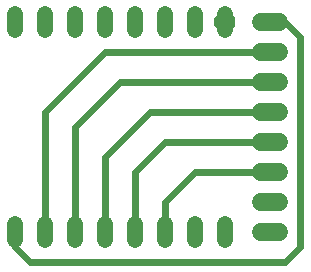
<source format=gbr>
G04 EAGLE Gerber X2 export*
G04 #@! %TF.Part,Single*
G04 #@! %TF.FileFunction,Copper,L1,Top,Mixed*
G04 #@! %TF.FilePolarity,Positive*
G04 #@! %TF.GenerationSoftware,Autodesk,EAGLE,9.0.0*
G04 #@! %TF.CreationDate,2019-08-08T19:13:39Z*
G75*
%MOMM*%
%FSLAX34Y34*%
%LPD*%
%AMOC8*
5,1,8,0,0,1.08239X$1,22.5*%
G01*
%ADD10C,1.524000*%
%ADD11C,1.320800*%
%ADD12P,1.924489X8X22.500000*%
%ADD13C,0.609600*%


D10*
X220980Y88900D02*
X236220Y88900D01*
X236220Y114300D02*
X220980Y114300D01*
X220980Y139700D02*
X236220Y139700D01*
X236220Y165100D02*
X220980Y165100D01*
X220980Y190500D02*
X236220Y190500D01*
X236220Y215900D02*
X220980Y215900D01*
X220980Y241300D02*
X236220Y241300D01*
X236220Y266700D02*
X220980Y266700D01*
D11*
X12700Y95504D02*
X12700Y82296D01*
X38100Y82296D02*
X38100Y95504D01*
X63500Y95504D02*
X63500Y82296D01*
X88900Y82296D02*
X88900Y95504D01*
X114300Y95504D02*
X114300Y82296D01*
X139700Y82296D02*
X139700Y95504D01*
X165100Y95504D02*
X165100Y82296D01*
X190500Y82296D02*
X190500Y95504D01*
X190500Y260096D02*
X190500Y273304D01*
X165100Y273304D02*
X165100Y260096D01*
X139700Y260096D02*
X139700Y273304D01*
X114300Y273304D02*
X114300Y260096D01*
X88900Y260096D02*
X88900Y273304D01*
X63500Y273304D02*
X63500Y260096D01*
X38100Y260096D02*
X38100Y273304D01*
X12700Y273304D02*
X12700Y260096D01*
D12*
X190500Y266700D03*
D13*
X12700Y88900D02*
X12700Y76200D01*
X25400Y63500D01*
X241300Y63500D01*
X254000Y76200D01*
X254000Y254000D01*
X241300Y266700D01*
X228600Y266700D01*
X38100Y190500D02*
X38100Y88900D01*
X38100Y190500D02*
X88900Y241300D01*
X228600Y241300D01*
X63500Y177800D02*
X63500Y88900D01*
X63500Y177800D02*
X101600Y215900D01*
X228600Y215900D01*
X88900Y152400D02*
X88900Y88900D01*
X88900Y152400D02*
X127000Y190500D01*
X228600Y190500D01*
X114300Y139700D02*
X114300Y88900D01*
X114300Y139700D02*
X139700Y165100D01*
X228600Y165100D01*
X139700Y114300D02*
X139700Y88900D01*
X139700Y114300D02*
X165100Y139700D01*
X228600Y139700D01*
M02*

</source>
